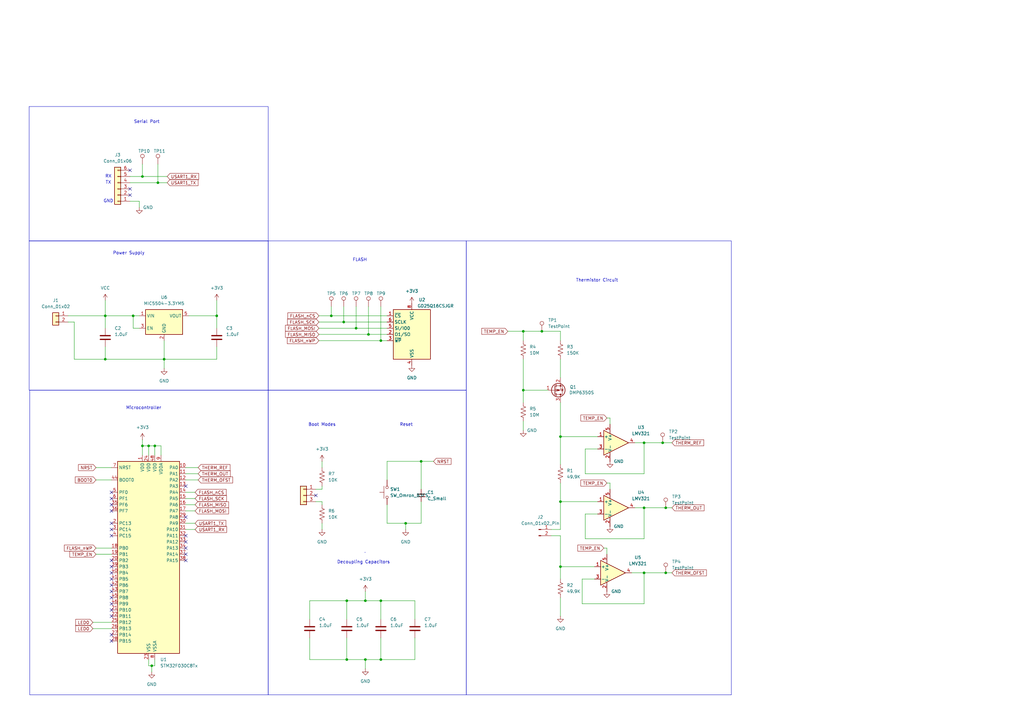
<source format=kicad_sch>
(kicad_sch (version 20231120) (generator "eeschema") (generator_version "8.0")
  (paper "A3")
  (lib_symbols
    (symbol "Amplifier_Operational:LMV321" (pin_names (offset 0.127))
      (property "Reference" "U" (at 0 5.08 0))
      (property "Value" "LMV321" (at 0 -5.08 0))
      (symbol "LMV321_0_1"
        (polyline (pts (xy -5.08 5.08) (xy 5.08 0) (xy -5.08 -5.08) (xy -5.08 5.08)) (stroke (width 0.254)) (fill (type background)))
        (pin power_in line (at -2.54 -7.62 90) (length 3.81) (name "V-") (number "2"))
        (pin power_in line (at -2.54 7.62 270) (length 3.81) (name "V+") (number "5"))
      )
      (symbol "LMV321_1_1"
        (pin input line (at -7.62 2.54 0) (length 2.54) (name "+") (number "1"))
        (pin input line (at -7.62 -2.54 0) (length 2.54) (name "-") (number "3"))
        (pin output line (at 7.62 0 180) (length 2.54) (name "~") (number "4"))
      )
    )
    (symbol "Connector:Conn_01x02_Pin" (pin_names (offset 1.016) hide)
      (property "Reference" "J" (at 0 2.54 0))
      (property "Value" "Conn_01x02_Pin" (at 0 -5.08 0))
      (symbol "Conn_01x02_Pin_1_1"
        (polyline (pts (xy 1.27 -2.54) (xy 0.8636 -2.54)) (stroke (width 0.1524)))
        (polyline (pts (xy 1.27 0) (xy 0.8636 0)) (stroke (width 0.1524)))
        (rectangle (start 0.8636 -2.413) (end 0 -2.667) (stroke (width 0.1524)) (fill (type outline)))
        (rectangle (start 0.8636 0.127) (end 0 -0.127) (stroke (width 0.1524)) (fill (type outline)))
        (pin passive line (at 5.08 0 180) (length 3.81) (name "Pin_1") (number "1"))
        (pin passive line (at 5.08 -2.54 180) (length 3.81) (name "Pin_2") (number "2"))
      )
    )
    (symbol "Connector:TestPoint" (pin_numbers hide) (pin_names (offset 0.762) hide)
      (property "Reference" "TP" (at 0 6.858 0))
      (property "Value" "TestPoint" (at 0 5.08 0))
      (symbol "TestPoint_0_1"
        (circle (center 0 3.302) (radius 0.762))
      )
      (symbol "TestPoint_1_1"
        (pin passive line (at 0 0 90) (length 2.54) (name "1") (number "1"))
      )
    )
    (symbol "Device:C_Small" (pin_numbers hide) (pin_names (offset 0.254) hide)
      (property "Reference" "C" (at 0.254 1.778 0))
      (property "Value" "C_Small" (at 0.254 -2.032 0))
      (symbol "C_Small_0_1"
        (polyline (pts (xy -1.524 -0.508) (xy 1.524 -0.508)) (stroke (width 0.3302)))
        (polyline (pts (xy -1.524 0.508) (xy 1.524 0.508)) (stroke (width 0.3048)))
      )
      (symbol "C_Small_1_1"
        (pin passive line (at 0 2.54 270) (length 2.032) (name "~") (number "1"))
        (pin passive line (at 0 -2.54 90) (length 2.032) (name "~") (number "2"))
      )
    )
    (symbol "Device:R_US" (pin_numbers hide) (pin_names (offset 0))
      (property "Reference" "R" (at 2.54 0 90))
      (property "Value" "R_US" (at -2.54 0 90))
      (symbol "R_US_0_1"
        (polyline (pts (xy 0 -2.286) (xy 0 -2.54)))
        (polyline (pts (xy 0 2.286) (xy 0 2.54)))
        (polyline (pts (xy 0 -0.762) (xy 1.016 -1.143) (xy 0 -1.524) (xy -1.016 -1.905) (xy 0 -2.286)))
        (polyline (pts (xy 0 0.762) (xy 1.016 0.381) (xy 0 0) (xy -1.016 -0.381) (xy 0 -0.762)))
        (polyline (pts (xy 0 2.286) (xy 1.016 1.905) (xy 0 1.524) (xy -1.016 1.143) (xy 0 0.762)))
      )
      (symbol "R_US_1_1"
        (pin passive line (at 0 3.81 270) (length 1.27) (name "~") (number "1"))
        (pin passive line (at 0 -3.81 90) (length 1.27) (name "~") (number "2"))
      )
    )
    (symbol "MCU_ST_STM32F0:STM32F030C8Tx"
      (property "Reference" "U" (at -12.7 41.91 0))
      (property "Value" "STM32F030C8Tx" (at 7.62 41.91 0))
      (symbol "STM32F030C8Tx_0_1"
        (rectangle (start -12.7 -38.1) (end 12.7 40.64) (stroke (width 0.254)) (fill (type background)))
      )
      (symbol "STM32F030C8Tx_1_1"
        (pin power_in line (at -2.54 43.18 270) (length 2.54) (name "VDD") (number "1"))
        (pin bidirectional line (at 15.24 38.1 180) (length 2.54) (name "PA0") (number "10"))
        (pin bidirectional line (at 15.24 35.56 180) (length 2.54) (name "PA1") (number "11"))
        (pin bidirectional line (at 15.24 33.02 180) (length 2.54) (name "PA2") (number "12"))
        (pin bidirectional line (at 15.24 30.48 180) (length 2.54) (name "PA3") (number "13"))
        (pin bidirectional line (at 15.24 27.94 180) (length 2.54) (name "PA4") (number "14"))
        (pin bidirectional line (at 15.24 25.4 180) (length 2.54) (name "PA5") (number "15"))
        (pin bidirectional line (at 15.24 22.86 180) (length 2.54) (name "PA6") (number "16"))
        (pin bidirectional line (at 15.24 20.32 180) (length 2.54) (name "PA7") (number "17"))
        (pin bidirectional line (at -15.24 5.08 0) (length 2.54) (name "PB0") (number "18"))
        (pin bidirectional line (at -15.24 2.54 0) (length 2.54) (name "PB1") (number "19"))
        (pin bidirectional line (at -15.24 15.24 0) (length 2.54) (name "PC13") (number "2"))
        (pin bidirectional line (at -15.24 0 0) (length 2.54) (name "PB2") (number "20"))
        (pin bidirectional line (at -15.24 -20.32 0) (length 2.54) (name "PB10") (number "21"))
        (pin bidirectional line (at -15.24 -22.86 0) (length 2.54) (name "PB11") (number "22"))
        (pin power_in line (at 0 -40.64 90) (length 2.54) (name "VSS") (number "23"))
        (pin power_in line (at 0 43.18 270) (length 2.54) (name "VDD") (number "24"))
        (pin bidirectional line (at -15.24 -25.4 0) (length 2.54) (name "PB12") (number "25"))
        (pin bidirectional line (at -15.24 -27.94 0) (length 2.54) (name "PB13") (number "26"))
        (pin bidirectional line (at -15.24 -30.48 0) (length 2.54) (name "PB14") (number "27"))
        (pin bidirectional line (at -15.24 -33.02 0) (length 2.54) (name "PB15") (number "28"))
        (pin bidirectional line (at 15.24 17.78 180) (length 2.54) (name "PA8") (number "29"))
        (pin bidirectional line (at -15.24 12.7 0) (length 2.54) (name "PC14") (number "3"))
        (pin bidirectional line (at 15.24 15.24 180) (length 2.54) (name "PA9") (number "30"))
        (pin bidirectional line (at 15.24 12.7 180) (length 2.54) (name "PA10") (number "31"))
        (pin bidirectional line (at 15.24 10.16 180) (length 2.54) (name "PA11") (number "32"))
        (pin bidirectional line (at 15.24 7.62 180) (length 2.54) (name "PA12") (number "33"))
        (pin bidirectional line (at 15.24 5.08 180) (length 2.54) (name "PA13") (number "34"))
        (pin bidirectional line (at -15.24 22.86 0) (length 2.54) (name "PF6") (number "35"))
        (pin bidirectional line (at -15.24 20.32 0) (length 2.54) (name "PF7") (number "36"))
        (pin bidirectional line (at 15.24 2.54 180) (length 2.54) (name "PA14") (number "37"))
        (pin bidirectional line (at 15.24 0 180) (length 2.54) (name "PA15") (number "38"))
        (pin bidirectional line (at -15.24 -2.54 0) (length 2.54) (name "PB3") (number "39"))
        (pin bidirectional line (at -15.24 10.16 0) (length 2.54) (name "PC15") (number "4"))
        (pin bidirectional line (at -15.24 -5.08 0) (length 2.54) (name "PB4") (number "40"))
        (pin bidirectional line (at -15.24 -7.62 0) (length 2.54) (name "PB5") (number "41"))
        (pin bidirectional line (at -15.24 -10.16 0) (length 2.54) (name "PB6") (number "42"))
        (pin bidirectional line (at -15.24 -12.7 0) (length 2.54) (name "PB7") (number "43"))
        (pin input line (at -15.24 33.02 0) (length 2.54) (name "BOOT0") (number "44"))
        (pin bidirectional line (at -15.24 -15.24 0) (length 2.54) (name "PB8") (number "45"))
        (pin bidirectional line (at -15.24 -17.78 0) (length 2.54) (name "PB9") (number "46"))
        (pin passive line (at 0 -40.64 90) (length 2.54) hide (name "VSS") (number "47"))
        (pin power_in line (at 2.54 43.18 270) (length 2.54) (name "VDD") (number "48"))
        (pin bidirectional line (at -15.24 27.94 0) (length 2.54) (name "PF0") (number "5"))
        (pin bidirectional line (at -15.24 25.4 0) (length 2.54) (name "PF1") (number "6"))
        (pin input line (at -15.24 38.1 0) (length 2.54) (name "NRST") (number "7"))
        (pin power_in line (at 2.54 -40.64 90) (length 2.54) (name "VSSA") (number "8"))
        (pin power_in line (at 5.08 43.18 270) (length 2.54) (name "VDDA") (number "9"))
      )
    )
    (symbol "Memory_Flash:GD25D10CT"
      (property "Reference" "U" (at -6.35 11.43 0))
      (property "Value" "GD25D10CT" (at 7.62 11.43 0))
      (symbol "GD25D10CT_0_1"
        (rectangle (start -7.62 10.16) (end 7.62 -10.16) (stroke (width 0.254)) (fill (type background)))
      )
      (symbol "GD25D10CT_1_1"
        (pin input line (at -10.16 7.62 0) (length 2.54) (name "~{CS}") (number "1"))
        (pin output line (at -10.16 0 0) (length 2.54) (name "O1/SO") (number "2"))
        (pin input line (at -10.16 -2.54 0) (length 2.54) (name "~{WP}") (number "3"))
        (pin power_in line (at 0 -12.7 90) (length 2.54) (name "VSS") (number "4"))
        (pin bidirectional line (at -10.16 2.54 0) (length 2.54) (name "SI/IO0") (number "5"))
        (pin input line (at -10.16 5.08 0) (length 2.54) (name "SCLK") (number "6"))
        (pin no_connect line (at -7.62 -5.08 0) (length 2.54) hide (name "NC") (number "7"))
        (pin power_in line (at 0 12.7 270) (length 2.54) (name "VCC") (number "8"))
      )
    )
    (symbol "Regulator_Linear:MIC5504-3.3YM5"
      (property "Reference" "U" (at -7.62 8.89 0))
      (property "Value" "MIC5504-3.3YM5" (at -7.62 6.35 0))
      (symbol "MIC5504-3.3YM5_0_1"
        (rectangle (start -7.62 -5.08) (end 7.62 5.08) (stroke (width 0.254)) (fill (type background)))
      )
      (symbol "MIC5504-3.3YM5_1_1"
        (pin power_in line (at -10.16 2.54 0) (length 2.54) (name "VIN") (number "1"))
        (pin power_in line (at 0 -7.62 90) (length 2.54) (name "GND") (number "2"))
        (pin input line (at -10.16 -2.54 0) (length 2.54) (name "EN") (number "3"))
        (pin no_connect line (at 7.62 -2.54 180) (length 2.54) hide (name "NC") (number "4"))
        (pin power_out line (at 10.16 2.54 180) (length 2.54) (name "VOUT") (number "5"))
      )
    )
    (symbol "SparkFun-Capacitor:1.0uF_0805_25V_10%" (pin_numbers hide) (pin_names (offset 0.254))
      (property "Reference" "C" (at 0.635 2.54 0))
      (property "Value" "1.0uF" (at 0.635 -2.54 0))
      (property "Voltage" "25V" (at 0 -6.35 0))
      (property "Tolerance" "10%" (at 0 -8.89 0))
      (symbol "1.0uF_0805_25V_10%_0_1"
        (polyline (pts (xy -2.032 -0.762) (xy 2.032 -0.762)) (stroke (width 0.508)))
        (polyline (pts (xy -2.032 0.762) (xy 2.032 0.762)) (stroke (width 0.508)))
      )
      (symbol "1.0uF_0805_25V_10%_1_1"
        (pin passive line (at 0 3.81 270) (length 2.794) (name "~") (number "1"))
        (pin passive line (at 0 -3.81 90) (length 2.794) (name "~") (number "2"))
      )
    )
    (symbol "SparkFun-Connector:Conn_01x02" (pin_names (offset 1.016) hide)
      (property "Reference" "J" (at 0 2.54 0))
      (property "Value" "Conn_01x02" (at 0 -5.08 0))
      (symbol "Conn_01x02_1_1"
        (rectangle (start -1.27 -2.413) (end 0 -2.667) (stroke (width 0.1524)))
        (rectangle (start -1.27 0.127) (end 0 -0.127) (stroke (width 0.1524)))
        (rectangle (start -1.27 1.27) (end 1.27 -3.81) (stroke (width 0.254)) (fill (type background)))
        (pin passive line (at -5.08 0 0) (length 3.81) (name "Pin_1") (number "1"))
        (pin passive line (at -5.08 -2.54 0) (length 3.81) (name "Pin_2") (number "2"))
      )
    )
    (symbol "SparkFun-Connector:Conn_01x03" (pin_names (offset 1.016) hide)
      (symbol "Conn_01x03_1_1"
        (rectangle (start -1.27 -2.413) (end 0 -2.667) (stroke (width 0.1524)))
        (rectangle (start -1.27 0.127) (end 0 -0.127) (stroke (width 0.1524)))
        (rectangle (start -1.27 2.667) (end 0 2.413) (stroke (width 0.1524)))
        (rectangle (start -1.27 3.81) (end 1.27 -3.81) (stroke (width 0.254)) (fill (type background)))
        (pin passive line (at -5.08 2.54 0) (length 3.81) (name "Pin_1") (number "1"))
        (pin passive line (at -5.08 0 0) (length 3.81) (name "Pin_2") (number "2"))
        (pin passive line (at -5.08 -2.54 0) (length 3.81) (name "Pin_3") (number "3"))
      )
    )
    (symbol "SparkFun-Connector:Conn_01x06" (pin_names (offset 1.016) hide)
      (property "Reference" "J" (at 0 7.62 0))
      (property "Value" "Conn_01x06" (at 0 -10.16 0))
      (symbol "Conn_01x06_1_1"
        (rectangle (start -1.27 -7.493) (end 0 -7.747) (stroke (width 0.1524)))
        (rectangle (start -1.27 -4.953) (end 0 -5.207) (stroke (width 0.1524)))
        (rectangle (start -1.27 -2.413) (end 0 -2.667) (stroke (width 0.1524)))
        (rectangle (start -1.27 0.127) (end 0 -0.127) (stroke (width 0.1524)))
        (rectangle (start -1.27 2.667) (end 0 2.413) (stroke (width 0.1524)))
        (rectangle (start -1.27 5.207) (end 0 4.953) (stroke (width 0.1524)))
        (rectangle (start -1.27 6.35) (end 1.27 -8.89) (stroke (width 0.254)) (fill (type background)))
        (pin passive line (at -5.08 5.08 0) (length 3.81) (name "Pin_1") (number "1"))
        (pin passive line (at -5.08 2.54 0) (length 3.81) (name "Pin_2") (number "2"))
        (pin passive line (at -5.08 0 0) (length 3.81) (name "Pin_3") (number "3"))
        (pin passive line (at -5.08 -2.54 0) (length 3.81) (name "Pin_4") (number "4"))
        (pin passive line (at -5.08 -5.08 0) (length 3.81) (name "Pin_5") (number "5"))
        (pin passive line (at -5.08 -7.62 0) (length 3.81) (name "Pin_6") (number "6"))
      )
    )
    (symbol "SparkFun-DiscreteSemi:Q_PMOS_4.2A_20V" (pin_names (offset 0) hide)
      (property "Reference" "Q" (at 5.08 1.27 0))
      (property "Value" "DMG2305UX" (at 5.08 -1.27 0))
      (property "IMax" "4.2A" (at 7.62 -3.81 0))
      (property "VMax" "20V" (at 7.62 -6.35 0))
      (symbol "Q_PMOS_4.2A_20V_0_1"
        (polyline (pts (xy 0.254 0) (xy -2.54 0)))
        (polyline (pts (xy 0.254 1.905) (xy 0.254 -1.905)) (stroke (width 0.254)))
        (polyline (pts (xy 0.762 -1.27) (xy 0.762 -2.286)) (stroke (width 0.254)))
        (polyline (pts (xy 0.762 0.508) (xy 0.762 -0.508)) (stroke (width 0.254)))
        (polyline (pts (xy 0.762 2.286) (xy 0.762 1.27)) (stroke (width 0.254)))
        (polyline (pts (xy 2.54 2.54) (xy 2.54 1.778)))
        (polyline (pts (xy 2.54 -2.54) (xy 2.54 0) (xy 0.762 0)))
        (polyline (pts (xy 0.762 1.778) (xy 3.302 1.778) (xy 3.302 -1.778) (xy 0.762 -1.778)))
        (polyline (pts (xy 2.286 0) (xy 1.27 0.381) (xy 1.27 -0.381) (xy 2.286 0)) (fill (type outline)))
        (polyline (pts (xy 2.794 -0.508) (xy 2.921 -0.381) (xy 3.683 -0.381) (xy 3.81 -0.254)))
        (polyline (pts (xy 3.302 -0.381) (xy 2.921 0.254) (xy 3.683 0.254) (xy 3.302 -0.381)))
        (circle (center 1.651 0) (radius 2.794) (stroke (width 0.254)))
        (circle (center 2.54 -1.778) (radius 0.254) (fill (type outline)))
        (circle (center 2.54 1.778) (radius 0.254) (fill (type outline)))
      )
      (symbol "Q_PMOS_4.2A_20V_1_1"
        (pin input line (at -2.54 0 0) (length 0) (name "G") (number "1"))
        (pin passive line (at 2.54 -5.08 90) (length 2.54) (name "S") (number "2"))
        (pin passive line (at 2.54 5.08 270) (length 2.54) (name "D") (number "3"))
      )
    )
    (symbol "Switch:SW_Omron_B3FS" (pin_numbers hide) (pin_names (offset 1.016) hide)
      (property "Reference" "SW" (at 1.27 2.54 0))
      (property "Value" "SW_Omron_B3FS" (at 0 -1.524 0))
      (symbol "SW_Omron_B3FS_0_1"
        (circle (center -2.032 0) (radius 0.508))
        (polyline (pts (xy 0 1.27) (xy 0 3.048)))
        (polyline (pts (xy 2.54 1.27) (xy -2.54 1.27)))
        (circle (center 2.032 0) (radius 0.508))
        (pin passive line (at -5.08 0 0) (length 2.54) (name "1") (number "1"))
        (pin passive line (at 5.08 0 180) (length 2.54) (name "2") (number "2"))
      )
    )
    (symbol "power:+3V3" (power) (pin_numbers hide) (pin_names (offset 0) hide)
      (property "Value" "+3V3" (at 0 3.556 0))
      (symbol "+3V3_0_1"
        (polyline (pts (xy -0.762 1.27) (xy 0 2.54)))
        (polyline (pts (xy 0 0) (xy 0 2.54)))
        (polyline (pts (xy 0 2.54) (xy 0.762 1.27)))
      )
      (symbol "+3V3_1_1"
        (pin power_in line (at 0 0 90) (length 0) (name "~") (number "1"))
      )
    )
    (symbol "power:GND" (power) (pin_numbers hide) (pin_names (offset 0) hide)
      (property "Value" "GND" (at 0 -3.81 0))
      (symbol "GND_0_1"
        (polyline (pts (xy 0 0) (xy 0 -1.27) (xy 1.27 -1.27) (xy 0 -2.54) (xy -1.27 -1.27) (xy 0 -1.27)))
      )
      (symbol "GND_1_1"
        (pin power_in line (at 0 0 270) (length 0) (name "~") (number "1"))
      )
    )
    (symbol "power:VCC" (power) (pin_numbers hide) (pin_names (offset 0) hide)
      (property "Value" "VCC" (at 0 3.556 0))
      (symbol "VCC_0_1"
        (polyline (pts (xy -0.762 1.27) (xy 0 2.54)))
        (polyline (pts (xy 0 0) (xy 0 2.54)))
        (polyline (pts (xy 0 2.54) (xy 0.762 1.27)))
      )
      (symbol "VCC_1_1"
        (pin power_in line (at 0 0 90) (length 0) (name "~") (number "1"))
      )
    )
  )
  (junction (at 264.16 181.61))
  (junction (at 60.96 182.88))
  (junction (at 149.86 246.38))
  (junction (at 146.05 134.62))
  (junction (at 273.05 208.28))
  (junction (at 172.72 189.23))
  (junction (at 64.77 74.93))
  (junction (at 135.89 129.54))
  (junction (at 142.24 270.51))
  (junction (at 58.42 72.39))
  (junction (at 229.87 179.07))
  (junction (at 43.18 129.54))
  (junction (at 229.87 205.74))
  (junction (at 156.21 270.51))
  (junction (at 63.5 182.88))
  (junction (at 140.97 132.08))
  (junction (at 58.42 182.88))
  (junction (at 43.18 147.32))
  (junction (at 67.31 147.32))
  (junction (at 151.13 137.16))
  (junction (at 142.24 246.38))
  (junction (at 156.21 246.38))
  (junction (at 156.21 139.7))
  (junction (at 273.05 234.95))
  (junction (at 264.16 234.95))
  (junction (at 62.23 273.05))
  (junction (at 222.25 135.89))
  (junction (at 229.87 232.41))
  (junction (at 214.63 135.89))
  (junction (at 88.9 129.54))
  (junction (at 54.61 129.54))
  (junction (at 271.78 181.61))
  (junction (at 214.63 160.02))
  (junction (at 149.86 270.51))
  (junction (at 264.16 208.28))
  (junction (at 166.37 214.63))
  (no_connect (at 76.2 199.39))
  (no_connect (at 45.72 209.55))
  (no_connect (at 45.72 219.71))
  (no_connect (at 76.2 222.25))
  (no_connect (at 45.72 260.35))
  (no_connect (at 45.72 247.65))
  (no_connect (at 45.72 232.41))
  (no_connect (at 45.72 214.63))
  (no_connect (at 53.34 69.85))
  (no_connect (at 45.72 207.01))
  (no_connect (at 76.2 212.09))
  (no_connect (at 53.34 80.01))
  (no_connect (at 45.72 240.03))
  (no_connect (at 45.72 252.73))
  (no_connect (at 45.72 242.57))
  (no_connect (at 45.72 245.11))
  (no_connect (at 129.54 203.2))
  (no_connect (at 45.72 204.47))
  (no_connect (at 76.2 219.71))
  (no_connect (at 45.72 201.93))
  (no_connect (at 45.72 229.87))
  (no_connect (at 76.2 227.33))
  (no_connect (at 76.2 229.87))
  (no_connect (at 53.34 77.47))
  (no_connect (at 45.72 234.95))
  (no_connect (at 45.72 237.49))
  (no_connect (at 76.2 224.79))
  (no_connect (at 45.72 262.89))
  (no_connect (at 45.72 217.17))
  (no_connect (at 45.72 250.19))
  (wire (pts (xy 39.37 196.85) (xy 45.72 196.85)))
  (wire (pts (xy 76.2 201.93) (xy 80.01 201.93)))
  (wire (pts (xy 214.63 135.89) (xy 214.63 139.7)))
  (wire (pts (xy 248.92 198.12) (xy 250.19 198.12)))
  (wire (pts (xy 57.15 129.54) (xy 54.61 129.54)))
  (wire (pts (xy 229.87 190.5) (xy 229.87 179.07)))
  (wire (pts (xy 140.97 125.73) (xy 140.97 132.08)))
  (wire (pts (xy 54.61 134.62) (xy 54.61 129.54)))
  (wire (pts (xy 58.42 72.39) (xy 68.58 72.39)))
  (wire (pts (xy 245.11 205.74) (xy 229.87 205.74)))
  (wire (pts (xy 127 270.51) (xy 142.24 270.51)))
  (wire (pts (xy 229.87 165.1) (xy 229.87 179.07)))
  (wire (pts (xy 130.81 139.7) (xy 156.21 139.7)))
  (wire (pts (xy 264.16 247.65) (xy 264.16 234.95)))
  (wire (pts (xy 132.08 189.23) (xy 132.08 191.77)))
  (wire (pts (xy 264.16 194.31) (xy 264.16 181.61)))
  (wire (pts (xy 39.37 191.77) (xy 45.72 191.77)))
  (wire (pts (xy 238.76 247.65) (xy 264.16 247.65)))
  (wire (pts (xy 146.05 134.62) (xy 158.75 134.62)))
  (wire (pts (xy 30.48 147.32) (xy 43.18 147.32)))
  (wire (pts (xy 53.34 74.93) (xy 64.77 74.93)))
  (wire (pts (xy 88.9 142.24) (xy 88.9 147.32)))
  (wire (pts (xy 127 246.38) (xy 142.24 246.38)))
  (wire (pts (xy 264.16 181.61) (xy 271.78 181.61)))
  (wire (pts (xy 240.03 184.15) (xy 240.03 194.31)))
  (wire (pts (xy 240.03 220.98) (xy 264.16 220.98)))
  (wire (pts (xy 248.92 227.33) (xy 248.92 224.79)))
  (wire (pts (xy 229.87 135.89) (xy 222.25 135.89)))
  (wire (pts (xy 260.35 208.28) (xy 264.16 208.28)))
  (wire (pts (xy 57.15 134.62) (xy 54.61 134.62)))
  (wire (pts (xy 58.42 180.34) (xy 58.42 182.88)))
  (wire (pts (xy 76.2 207.01) (xy 80.01 207.01)))
  (wire (pts (xy 132.08 207.01) (xy 132.08 205.74)))
  (wire (pts (xy 43.18 123.19) (xy 43.18 129.54)))
  (wire (pts (xy 53.34 72.39) (xy 58.42 72.39)))
  (wire (pts (xy 43.18 142.24) (xy 43.18 147.32)))
  (wire (pts (xy 245.11 210.82) (xy 240.03 210.82)))
  (wire (pts (xy 208.28 135.89) (xy 214.63 135.89)))
  (wire (pts (xy 229.87 205.74) (xy 229.87 217.17)))
  (wire (pts (xy 229.87 139.7) (xy 229.87 135.89)))
  (wire (pts (xy 76.2 217.17) (xy 80.01 217.17)))
  (wire (pts (xy 127 254) (xy 127 246.38)))
  (wire (pts (xy 156.21 270.51) (xy 170.18 270.51)))
  (wire (pts (xy 222.25 135.89) (xy 214.63 135.89)))
  (wire (pts (xy 130.81 132.08) (xy 140.97 132.08)))
  (wire (pts (xy 229.87 198.12) (xy 229.87 205.74)))
  (wire (pts (xy 66.04 186.69) (xy 66.04 182.88)))
  (wire (pts (xy 229.87 245.11) (xy 229.87 252.73)))
  (wire (pts (xy 140.97 132.08) (xy 158.75 132.08)))
  (wire (pts (xy 57.15 85.09) (xy 57.15 82.55)))
  (wire (pts (xy 63.5 186.69) (xy 63.5 182.88)))
  (wire (pts (xy 27.94 129.54) (xy 43.18 129.54)))
  (wire (pts (xy 76.2 196.85) (xy 81.28 196.85)))
  (wire (pts (xy 229.87 147.32) (xy 229.87 154.94)))
  (wire (pts (xy 264.16 220.98) (xy 264.16 208.28)))
  (wire (pts (xy 158.75 196.85) (xy 158.75 189.23)))
  (wire (pts (xy 132.08 214.63) (xy 132.08 217.17)))
  (wire (pts (xy 156.21 254) (xy 156.21 246.38)))
  (wire (pts (xy 146.05 125.73) (xy 146.05 134.62)))
  (wire (pts (xy 229.87 179.07) (xy 245.11 179.07)))
  (wire (pts (xy 64.77 67.31) (xy 64.77 74.93)))
  (wire (pts (xy 158.75 189.23) (xy 172.72 189.23)))
  (wire (pts (xy 58.42 182.88) (xy 58.42 186.69)))
  (wire (pts (xy 158.75 214.63) (xy 166.37 214.63)))
  (wire (pts (xy 53.34 82.55) (xy 57.15 82.55)))
  (wire (pts (xy 273.05 234.95) (xy 275.59 234.95)))
  (wire (pts (xy 271.78 181.61) (xy 275.59 181.61)))
  (wire (pts (xy 130.81 129.54) (xy 135.89 129.54)))
  (wire (pts (xy 127 261.62) (xy 127 270.51)))
  (wire (pts (xy 67.31 139.7) (xy 67.31 147.32)))
  (wire (pts (xy 156.21 125.73) (xy 156.21 139.7)))
  (wire (pts (xy 229.87 237.49) (xy 229.87 232.41)))
  (wire (pts (xy 248.92 171.45) (xy 250.19 171.45)))
  (wire (pts (xy 264.16 208.28) (xy 273.05 208.28)))
  (wire (pts (xy 88.9 123.19) (xy 88.9 129.54)))
  (wire (pts (xy 88.9 129.54) (xy 88.9 134.62)))
  (wire (pts (xy 264.16 234.95) (xy 273.05 234.95)))
  (wire (pts (xy 66.04 182.88) (xy 63.5 182.88)))
  (wire (pts (xy 142.24 246.38) (xy 142.24 254)))
  (wire (pts (xy 54.61 129.54) (xy 43.18 129.54)))
  (wire (pts (xy 250.19 200.66) (xy 250.19 198.12)))
  (wire (pts (xy 229.87 232.41) (xy 243.84 232.41)))
  (wire (pts (xy 43.18 129.54) (xy 43.18 134.62)))
  (wire (pts (xy 240.03 194.31) (xy 264.16 194.31)))
  (polyline (pts (xy 149.606 226.568) (xy 149.86 226.568)))
  (wire (pts (xy 229.87 219.71) (xy 229.87 232.41)))
  (wire (pts (xy 76.2 209.55) (xy 80.01 209.55)))
  (wire (pts (xy 149.86 246.38) (xy 142.24 246.38)))
  (wire (pts (xy 58.42 182.88) (xy 60.96 182.88)))
  (wire (pts (xy 76.2 191.77) (xy 81.28 191.77)))
  (wire (pts (xy 151.13 137.16) (xy 158.75 137.16)))
  (wire (pts (xy 250.19 173.99) (xy 250.19 171.45)))
  (wire (pts (xy 135.89 129.54) (xy 158.75 129.54)))
  (wire (pts (xy 172.72 189.23) (xy 172.72 200.66)))
  (wire (pts (xy 63.5 182.88) (xy 60.96 182.88)))
  (wire (pts (xy 156.21 246.38) (xy 149.86 246.38)))
  (wire (pts (xy 77.47 129.54) (xy 88.9 129.54)))
  (wire (pts (xy 264.16 234.95) (xy 259.08 234.95)))
  (wire (pts (xy 214.63 160.02) (xy 224.79 160.02)))
  (wire (pts (xy 151.13 125.73) (xy 151.13 137.16)))
  (wire (pts (xy 27.94 132.08) (xy 30.48 132.08)))
  (wire (pts (xy 156.21 139.7) (xy 158.75 139.7)))
  (wire (pts (xy 39.37 224.79) (xy 45.72 224.79)))
  (wire (pts (xy 156.21 261.62) (xy 156.21 270.51)))
  (wire (pts (xy 172.72 189.23) (xy 177.8 189.23)))
  (wire (pts (xy 142.24 270.51) (xy 149.86 270.51)))
  (wire (pts (xy 226.06 217.17) (xy 229.87 217.17)))
  (wire (pts (xy 247.65 224.79) (xy 248.92 224.79)))
  (wire (pts (xy 60.96 270.51) (xy 60.96 273.05)))
  (wire (pts (xy 39.37 227.33) (xy 45.72 227.33)))
  (wire (pts (xy 58.42 67.31) (xy 58.42 72.39)))
  (wire (pts (xy 172.72 205.74) (xy 172.72 214.63)))
  (wire (pts (xy 245.11 184.15) (xy 240.03 184.15)))
  (wire (pts (xy 130.81 134.62) (xy 146.05 134.62)))
  (wire (pts (xy 60.96 273.05) (xy 62.23 273.05)))
  (wire (pts (xy 135.89 125.73) (xy 135.89 129.54)))
  (wire (pts (xy 67.31 147.32) (xy 67.31 151.13)))
  (wire (pts (xy 149.86 270.51) (xy 149.86 274.32)))
  (wire (pts (xy 142.24 261.62) (xy 142.24 270.51)))
  (wire (pts (xy 38.1 255.27) (xy 45.72 255.27)))
  (wire (pts (xy 64.77 74.93) (xy 68.58 74.93)))
  (wire (pts (xy 170.18 261.62) (xy 170.18 270.51)))
  (wire (pts (xy 243.84 237.49) (xy 238.76 237.49)))
  (wire (pts (xy 240.03 210.82) (xy 240.03 220.98)))
  (wire (pts (xy 67.31 147.32) (xy 88.9 147.32)))
  (wire (pts (xy 260.35 181.61) (xy 264.16 181.61)))
  (wire (pts (xy 273.05 208.28) (xy 275.59 208.28)))
  (wire (pts (xy 132.08 205.74) (xy 129.54 205.74)))
  (wire (pts (xy 76.2 194.31) (xy 81.28 194.31)))
  (wire (pts (xy 214.63 160.02) (xy 214.63 165.1)))
  (wire (pts (xy 149.86 242.57) (xy 149.86 246.38)))
  (wire (pts (xy 63.5 270.51) (xy 63.5 273.05)))
  (wire (pts (xy 226.06 219.71) (xy 229.87 219.71)))
  (wire (pts (xy 166.37 214.63) (xy 172.72 214.63)))
  (wire (pts (xy 30.48 132.08) (xy 30.48 147.32)))
  (wire (pts (xy 43.18 147.32) (xy 67.31 147.32)))
  (wire (pts (xy 129.54 200.66) (xy 132.08 200.66)))
  (wire (pts (xy 130.81 137.16) (xy 151.13 137.16)))
  (wire (pts (xy 214.63 172.72) (xy 214.63 176.53)))
  (wire (pts (xy 62.23 273.05) (xy 62.23 275.59)))
  (wire (pts (xy 60.96 186.69) (xy 60.96 182.88)))
  (wire (pts (xy 149.86 270.51) (xy 156.21 270.51)))
  (wire (pts (xy 156.21 246.38) (xy 170.18 246.38)))
  (wire (pts (xy 238.76 237.49) (xy 238.76 247.65)))
  (wire (pts (xy 76.2 214.63) (xy 80.01 214.63)))
  (wire (pts (xy 158.75 207.01) (xy 158.75 214.63)))
  (wire (pts (xy 214.63 147.32) (xy 214.63 160.02)))
  (wire (pts (xy 62.23 273.05) (xy 63.5 273.05)))
  (wire (pts (xy 170.18 254) (xy 170.18 246.38)))
  (wire (pts (xy 38.1 257.81) (xy 45.72 257.81)))
  (wire (pts (xy 76.2 204.47) (xy 80.01 204.47)))
  (wire (pts (xy 166.37 214.63) (xy 166.37 217.17)))
  (wire (pts (xy 132.08 199.39) (xy 132.08 200.66)))
  (rectangle (start 12.192 160.02) (end 109.982 284.988))
  (rectangle (start 109.982 98.806) (end 191.262 160.02))
  (rectangle (start 11.938 98.806) (end 109.982 160.02))
  (rectangle (start 11.938 43.688) (end 109.982 98.806))
  (rectangle (start 191.262 98.806) (end 299.974 284.988))
  (rectangle (start 109.982 160.02) (end 191.262 284.988))
  (text "Power Supply" (at 52.832 103.886 0) (effects (font (size 1.27 1.27))))
  (text "GND" (at 44.45 82.55 0) (effects (font (size 1.27 1.27))))
  (text "Microcontroller" (at 58.928 167.386 0) (effects (font (size 1.27 1.27))))
  (text "Decoupling Capacitors" (at 149.098 230.632 0) (effects (font (size 1.27 1.27))))
  (text "Thermistor Circuit" (at 244.856 115.062 0) (effects (font (size 1.27 1.27))))
  (text "Reset" (at 166.624 174.244 0) (effects (font (size 1.27 1.27))))
  (text "TX" (at 44.45 74.93 0) (effects (font (size 1.27 1.27))))
  (text "RX" (at 44.45 72.39 0) (effects (font (size 1.27 1.27))))
  (text "Boot Modes" (at 132.08 174.244 0) (effects (font (size 1.27 1.27))))
  (text "Serial Port" (at 60.198 50.038 0) (effects (font (size 1.27 1.27))))
  (text "FLASH" (at 147.574 106.68 0) (effects (font (size 1.27 1.27))))
  (global_label "USART1_RX" (shape input) (at 68.58 72.39 0) (property "Intersheetrefs" "${INTERSHEET_REFS}" (effects (hide yes))))
  (global_label "FLASH_MOSI" (shape input) (at 130.81 134.62 180) (property "Intersheetrefs" "${INTERSHEET_REFS}" (effects (hide yes))))
  (global_label "TEMP_EN" (shape input) (at 248.92 198.12 180) (property "Intersheetrefs" "${INTERSHEET_REFS}" (effects (hide yes))))
  (global_label "USART1_TX" (shape input) (at 68.58 74.93 0) (property "Intersheetrefs" "${INTERSHEET_REFS}" (effects (hide yes))))
  (global_label "LED0" (shape input) (at 38.1 255.27 180) (property "Intersheetrefs" "${INTERSHEET_REFS}" (effects (hide yes))))
  (global_label "NRST" (shape input) (at 39.37 191.77 180) (property "Intersheetrefs" "${INTERSHEET_REFS}" (effects (hide yes))))
  (global_label "THERM_OUT" (shape input) (at 81.28 194.31 0) (property "Intersheetrefs" "${INTERSHEET_REFS}" (effects (hide yes))))
  (global_label "NRST" (shape input) (at 177.8 189.23 0) (property "Intersheetrefs" "${INTERSHEET_REFS}" (effects (hide yes))))
  (global_label "THERM_OFST" (shape input) (at 81.28 196.85 0) (property "Intersheetrefs" "${INTERSHEET_REFS}" (effects (hide yes))))
  (global_label "USART1_RX" (shape input) (at 80.01 217.17 0) (property "Intersheetrefs" "${INTERSHEET_REFS}" (effects (hide yes))))
  (global_label "FLASH_SCK" (shape input) (at 80.01 204.47 0) (property "Intersheetrefs" "${INTERSHEET_REFS}" (effects (hide yes))))
  (global_label "FLASH_MISO" (shape input) (at 130.81 137.16 180) (property "Intersheetrefs" "${INTERSHEET_REFS}" (effects (hide yes))))
  (global_label "TEMP_EN" (shape input) (at 39.37 227.33 180) (property "Intersheetrefs" "${INTERSHEET_REFS}" (effects (hide yes))))
  (global_label "TEMP_EN" (shape input) (at 247.65 224.79 180) (property "Intersheetrefs" "${INTERSHEET_REFS}" (effects (hide yes))))
  (global_label "FLASH_nWP" (shape input) (at 39.37 224.79 180) (property "Intersheetrefs" "${INTERSHEET_REFS}" (effects (hide yes))))
  (global_label "FLASH_nCS" (shape input) (at 80.01 201.93 0) (property "Intersheetrefs" "${INTERSHEET_REFS}" (effects (hide yes))))
  (global_label "FLASH_nCS" (shape input) (at 130.81 129.54 180) (property "Intersheetrefs" "${INTERSHEET_REFS}" (effects (hide yes))))
  (global_label "TEMP_EN" (shape input) (at 248.92 171.45 180) (property "Intersheetrefs" "${INTERSHEET_REFS}" (effects (hide yes))))
  (global_label "BOOT0" (shape input) (at 39.37 196.85 180) (property "Intersheetrefs" "${INTERSHEET_REFS}" (effects (hide yes))))
  (global_label "THERM_OFST" (shape input) (at 275.59 234.95 0) (property "Intersheetrefs" "${INTERSHEET_REFS}" (effects (hide yes))))
  (global_label "THERM_OUT" (shape input) (at 275.59 208.28 0) (property "Intersheetrefs" "${INTERSHEET_REFS}" (effects (hide yes))))
  (global_label "TEMP_EN" (shape input) (at 208.28 135.89 180) (property "Intersheetrefs" "${INTERSHEET_REFS}" (effects (hide yes))))
  (global_label "FLASH_nWP" (shape input) (at 130.81 139.7 180) (property "Intersheetrefs" "${INTERSHEET_REFS}" (effects (hide yes))))
  (global_label "USART1_TX" (shape input) (at 80.01 214.63 0) (property "Intersheetrefs" "${INTERSHEET_REFS}" (effects (hide yes))))
  (global_label "THERM_REF" (shape input) (at 81.28 191.77 0) (property "Intersheetrefs" "${INTERSHEET_REFS}" (effects (hide yes))))
  (global_label "THERM_REF" (shape input) (at 275.59 181.61 0) (property "Intersheetrefs" "${INTERSHEET_REFS}" (effects (hide yes))))
  (global_label "FLASH_MISO" (shape input) (at 80.01 207.01 0) (property "Intersheetrefs" "${INTERSHEET_REFS}" (effects (hide yes))))
  (global_label "LED0" (shape input) (at 38.1 257.81 180) (property "Intersheetrefs" "${INTERSHEET_REFS}" (effects (hide yes))))
  (global_label "FLASH_MOSI" (shape input) (at 80.01 209.55 0) (property "Intersheetrefs" "${INTERSHEET_REFS}" (effects (hide yes))))
  (global_label "FLASH_SCK" (shape input) (at 130.81 132.08 180) (property "Intersheetrefs" "${INTERSHEET_REFS}" (effects (hide yes))))
  (symbol (lib_id "SparkFun-Connector:Conn_01x06") (at 48.26 77.47 180) (unit 1)
    (property "Reference" "J3" (at 48.26 63.5 0))
    (property "Value" "Conn_01x06" (at 48.26 66.04 0))
    (property "Footprint" "SparkFun-Connector:1x06" (effects (hide yes)))
    (property "Description" "Generic connector, single row, 01x06, script generated (kicad-library-utils/schlib/autogen/connector/)" (effects (hide yes)))
  )
  (symbol (lib_id "SparkFun-Connector:Conn_01x02") (at 22.86 129.54 0) (mirror y) (unit 1)
    (property "Reference" "J1" (at 22.86 123.19 0))
    (property "Value" "Conn_01x02" (at 22.86 125.73 0))
    (property "Footprint" "SparkFun-Connector:1x02" (effects (hide yes)))
    (property "Description" "Generic connector, single row, 01x02, script generated (kicad-library-utils/schlib/autogen/connector/)" (effects (hide yes)))
  )
  (symbol (lib_id "Regulator_Linear:MIC5504-3.3YM5") (at 67.31 132.08 0) (unit 1)
    (property "Reference" "U6" (at 67.31 121.92 0))
    (property "Value" "MIC5504-3.3YM5" (at 67.31 124.46 0))
    (property "Footprint" "Package_TO_SOT_SMD:SOT-23-5" (effects (hide yes)))
    (property "Datasheet" "http://ww1.microchip.com/downloads/en/DeviceDoc/MIC550X.pdf" (effects (hide yes)))
    (property "Description" "300mA Low-dropout Voltage Regulator, Vout 3.3V, Vin up to 5.5V, SOT-23" (effects (hide yes)))
  )
  (symbol (lib_id "SparkFun-DiscreteSemi:Q_PMOS_4.2A_20V") (at 227.33 160.02 0) (mirror x) (unit 1)
    (property "Reference" "Q1" (at 233.68 158.7499 0) (effects (justify left)))
    (property "Value" "DMP6350S" (at 233.426 161.036 0) (effects (justify left)))
    (property "Footprint" "SparkFun-Semiconductor-Standard:SOT23-3" (effects (hide yes)))
    (property "Datasheet" "https://www.diodes.com/assets/Datasheets/DMG2305UX.pdf" (effects (hide yes)))
    (property "Description" "P-MOSFET transistor, drain/gate/source" (effects (hide yes)))
    (property "PROD_ID" "TRANS-14388" (effects (hide yes)))
    (property "IMax" "4.2A" (effects (hide yes)))
    (property "VMax" "20V" (effects (hide yes)))
  )
  (symbol (lib_id "Device:R_US") (at 132.08 210.82 180) (unit 1)
    (property "Reference" "R6" (at 134.62 209.5499 0) (effects (justify right)))
    (property "Value" "10K" (at 134.62 212.0899 0) (effects (justify right)))
    (property "Footprint" "Resistor_SMD:R_0805_2012Metric" (effects (hide yes)))
    (property "Description" "Resistor, US symbol" (effects (hide yes)))
  )
  (symbol (lib_id "Device:R_US") (at 229.87 241.3 0) (unit 1)
    (property "Reference" "R2" (at 232.41 240.0299 0) (effects (justify left)))
    (property "Value" "49.9K" (at 232.41 242.5699 0) (effects (justify left)))
    (property "Footprint" "Resistor_SMD:R_0805_2012Metric" (effects (hide yes)))
    (property "Description" "Resistor, US symbol" (effects (hide yes)))
  )
  (symbol (lib_id "Connector:TestPoint") (at 156.21 125.73 0) (unit 1)
    (property "Reference" "TP9" (at 154.432 120.396 0) (effects (justify left)))
    (property "Value" "TestPoint" (effects (hide yes)))
    (property "Footprint" "TestPoint:TestPoint_Pad_D1.0mm" (effects (hide yes)))
    (property "Description" "test point" (effects (hide yes)))
  )
  (symbol (lib_id "SparkFun-Capacitor:1.0uF_0805_25V_10%") (at 156.21 257.81 0) (unit 1)
    (property "Reference" "C6" (at 160.02 253.9999 0) (effects (justify left)))
    (property "Value" "1.0uF" (at 160.02 256.5399 0) (effects (justify left)))
    (property "Footprint" "SparkFun-Capacitor:C_0805_2012Metric" (effects (hide yes)))
    (property "Datasheet" "https://cdn.sparkfun.com/assets/8/a/4/a/5/Kemet_Capacitor_Datasheet.pdf" (effects (hide yes)))
    (property "Description" "Unpolarized capacitor" (effects (hide yes)))
    (property "PROD_ID" "CAP-08064" (effects (hide yes)))
    (property "Voltage" "25V" (effects (hide yes)))
    (property "Tolerance" "10%" (effects (hide yes)))
  )
  (symbol (lib_id "Connector:TestPoint") (at 222.25 135.89 0) (unit 1)
    (property "Reference" "TP1" (at 224.79 131.3179 0) (effects (justify left)))
    (property "Value" "TestPoint" (at 224.79 133.8579 0) (effects (justify left)))
    (property "Footprint" "TestPoint:TestPoint_Pad_D1.0mm" (effects (hide yes)))
    (property "Description" "test point" (effects (hide yes)))
  )
  (symbol (lib_id "Connector:TestPoint") (at 273.05 234.95 0) (unit 1)
    (property "Reference" "TP4" (at 275.59 230.3779 0) (effects (justify left)))
    (property "Value" "TestPoint" (at 275.59 232.9179 0) (effects (justify left)))
    (property "Footprint" "TestPoint:TestPoint_Pad_D1.0mm" (effects (hide yes)))
    (property "Description" "test point" (effects (hide yes)))
  )
  (symbol (lib_id "Device:R_US") (at 229.87 194.31 0) (unit 1)
    (property "Reference" "R1" (at 232.41 193.0399 0) (effects (justify left)))
    (property "Value" "49.9K" (at 232.41 195.5799 0) (effects (justify left)))
    (property "Footprint" "Resistor_SMD:R_0805_2012Metric" (effects (hide yes)))
    (property "Description" "Resistor, US symbol" (effects (hide yes)))
  )
  (symbol (lib_id "Connector:TestPoint") (at 58.42 67.31 0) (unit 1)
    (property "Reference" "TP10" (at 56.642 61.976 0) (effects (justify left)))
    (property "Value" "TestPoint" (effects (hide yes)))
    (property "Footprint" "TestPoint:TestPoint_Pad_D1.0mm" (effects (hide yes)))
    (property "Description" "test point" (effects (hide yes)))
  )
  (symbol (lib_id "power:GND") (at 250.19 189.23 0) (unit 1)
    (property "Reference" "#PWR012" (effects (hide yes)))
    (property "Value" "GND" (at 253.746 189.23 0))
    (property "Description" "Power symbol creates a global label with name \"GND\" , ground" (effects (hide yes)))
  )
  (symbol (lib_id "Device:C_Small") (at 172.72 203.2 0) (unit 1)
    (property "Reference" "C1" (at 175.26 201.9362 0) (effects (justify left)))
    (property "Value" "C_Small" (at 175.26 204.4762 0) (effects (justify left)))
    (property "Footprint" "Capacitor_SMD:C_0805_2012Metric" (effects (hide yes)))
    (property "Description" "Unpolarized capacitor, small symbol" (effects (hide yes)))
  )
  (symbol (lib_id "SparkFun-Capacitor:1.0uF_0805_25V_10%") (at 170.18 257.81 0) (unit 1)
    (property "Reference" "C7" (at 173.99 253.9999 0) (effects (justify left)))
    (property "Value" "1.0uF" (at 173.99 256.5399 0) (effects (justify left)))
    (property "Footprint" "SparkFun-Capacitor:C_0805_2012Metric" (effects (hide yes)))
    (property "Datasheet" "https://cdn.sparkfun.com/assets/8/a/4/a/5/Kemet_Capacitor_Datasheet.pdf" (effects (hide yes)))
    (property "Description" "Unpolarized capacitor" (effects (hide yes)))
    (property "PROD_ID" "CAP-08064" (effects (hide yes)))
    (property "Voltage" "25V" (effects (hide yes)))
    (property "Tolerance" "10%" (effects (hide yes)))
  )
  (symbol (lib_id "SparkFun-Connector:Conn_01x03") (at 124.46 203.2 0) (mirror y) (unit 1)
    (property "Reference" "J4" (effects (hide yes)))
    (property "Value" "Conn_01x03" (effects (hide yes)))
    (property "Footprint" "SparkFun-Connector:1x03" (effects (hide yes)))
    (property "Description" "Generic connector, single row, 01x03, script generated (kicad-library-utils/schlib/autogen/connector/)" (effects (hide yes)))
  )
  (symbol (lib_id "power:GND") (at 250.19 215.9 0) (unit 1)
    (property "Reference" "#PWR013" (effects (hide yes)))
    (property "Value" "GND" (at 253.746 215.9 0))
    (property "Description" "Power symbol creates a global label with name \"GND\" , ground" (effects (hide yes)))
  )
  (symbol (lib_id "power:GND") (at 214.63 176.53 0) (unit 1)
    (property "Reference" "#PWR09" (effects (hide yes)))
    (property "Value" "GND" (at 218.186 176.53 0))
    (property "Description" "Power symbol creates a global label with name \"GND\" , ground" (effects (hide yes)))
  )
  (symbol (lib_id "MCU_ST_STM32F0:STM32F030C8Tx") (at 60.96 229.87 0) (unit 1)
    (property "Reference" "U1" (at 65.6941 270.51 0) (effects (justify left)))
    (property "Value" "STM32F030C8Tx" (at 65.6941 273.05 0) (effects (justify left)))
    (property "Footprint" "Package_QFP:LQFP-48_7x7mm_P0.5mm" (effects (hide yes)))
    (property "Datasheet" "https://www.st.com/resource/en/datasheet/stm32f030c8.pdf" (effects (hide yes)))
    (property "Description" "STMicroelectronics Arm Cortex-M0 MCU, 64KB flash, 8KB RAM, 48 MHz, 2.4-3.6V, 39 GPIO, LQFP48" (effects (hide yes)))
  )
  (symbol (lib_id "power:GND") (at 229.87 252.73 0) (unit 1)
    (property "Reference" "#PWR015" (effects (hide yes)))
    (property "Value" "GND" (at 229.87 257.81 0))
    (property "Description" "Power symbol creates a global label with name \"GND\" , ground" (effects (hide yes)))
  )
  (symbol (lib_id "power:GND") (at 166.37 217.17 0) (unit 1)
    (property "Reference" "#PWR02" (effects (hide yes)))
    (property "Value" "GND" (at 166.37 222.25 0))
    (property "Description" "Power symbol creates a global label with name \"GND\" , ground" (effects (hide yes)))
  )
  (symbol (lib_id "Device:R_US") (at 229.87 143.51 0) (unit 1)
    (property "Reference" "R3" (at 232.41 142.2399 0) (effects (justify left)))
    (property "Value" "150K" (at 232.41 144.7799 0) (effects (justify left)))
    (property "Footprint" "Resistor_SMD:R_0805_2012Metric" (effects (hide yes)))
    (property "Description" "Resistor, US symbol" (effects (hide yes)))
  )
  (symbol (lib_id "Amplifier_Operational:LMV321") (at 252.73 208.28 0) (unit 1)
    (property "Reference" "U4" (at 262.89 201.9614 0))
    (property "Value" "LMV321" (at 262.89 204.5014 0))
    (property "Footprint" "Package_TO_SOT_SMD:SOT-353_SC-70-5" (effects (hide yes)))
    (property "Datasheet" "http://www.ti.com/lit/ds/symlink/lmv324.pdf" (effects (hide yes)))
    (property "Description" "Low-Voltage Rail-to-Rail Output Operational Amplifiers, SOT-23-5/SC-70-5" (effects (hide yes)))
  )
  (symbol (lib_id "Connector:TestPoint") (at 140.97 125.73 0) (unit 1)
    (property "Reference" "TP6" (at 139.192 120.396 0) (effects (justify left)))
    (property "Value" "TestPoint" (effects (hide yes)))
    (property "Footprint" "TestPoint:TestPoint_Pad_D1.0mm" (effects (hide yes)))
    (property "Description" "test point" (effects (hide yes)))
  )
  (symbol (lib_id "Connector:TestPoint") (at 64.77 67.31 0) (unit 1)
    (property "Reference" "TP11" (at 62.992 61.976 0) (effects (justify left)))
    (property "Value" "TestPoint" (effects (hide yes)))
    (property "Footprint" "TestPoint:TestPoint_Pad_D1.0mm" (effects (hide yes)))
    (property "Description" "test point" (effects (hide yes)))
  )
  (symbol (lib_id "power:GND") (at 248.92 242.57 0) (unit 1)
    (property "Reference" "#PWR014" (effects (hide yes)))
    (property "Value" "GND" (at 252.73 242.57 0))
    (property "Description" "Power symbol creates a global label with name \"GND\" , ground" (effects (hide yes)))
  )
  (symbol (lib_id "SparkFun-Capacitor:1.0uF_0805_25V_10%") (at 142.24 257.81 0) (unit 1)
    (property "Reference" "C5" (at 146.05 253.9999 0) (effects (justify left)))
    (property "Value" "1.0uF" (at 146.05 256.5399 0) (effects (justify left)))
    (property "Footprint" "SparkFun-Capacitor:C_0805_2012Metric" (effects (hide yes)))
    (property "Datasheet" "https://cdn.sparkfun.com/assets/8/a/4/a/5/Kemet_Capacitor_Datasheet.pdf" (effects (hide yes)))
    (property "Description" "Unpolarized capacitor" (effects (hide yes)))
    (property "PROD_ID" "CAP-08064" (effects (hide yes)))
    (property "Voltage" "25V" (effects (hide yes)))
    (property "Tolerance" "10%" (effects (hide yes)))
  )
  (symbol (lib_id "SparkFun-Capacitor:1.0uF_0805_25V_10%") (at 127 257.81 0) (unit 1)
    (property "Reference" "C4" (at 130.81 253.9999 0) (effects (justify left)))
    (property "Value" "1.0uF" (at 130.81 256.5399 0) (effects (justify left)))
    (property "Footprint" "SparkFun-Capacitor:C_0805_2012Metric" (effects (hide yes)))
    (property "Datasheet" "https://cdn.sparkfun.com/assets/8/a/4/a/5/Kemet_Capacitor_Datasheet.pdf" (effects (hide yes)))
    (property "Description" "Unpolarized capacitor" (effects (hide yes)))
    (property "PROD_ID" "CAP-08064" (effects (hide yes)))
    (property "Voltage" "25V" (effects (hide yes)))
    (property "Tolerance" "10%" (effects (hide yes)))
  )
  (symbol (lib_id "Connector:TestPoint") (at 146.05 125.73 0) (unit 1)
    (property "Reference" "TP7" (at 144.272 120.396 0) (effects (justify left)))
    (property "Value" "TestPoint" (effects (hide yes)))
    (property "Footprint" "TestPoint:TestPoint_Pad_D1.0mm" (effects (hide yes)))
    (property "Description" "test point" (effects (hide yes)))
  )
  (symbol (lib_id "SparkFun-Capacitor:1.0uF_0805_25V_10%") (at 88.9 138.43 0) (unit 1)
    (property "Reference" "C3" (at 92.71 134.6199 0) (effects (justify left)))
    (property "Value" "1.0uF" (at 92.71 137.1599 0) (effects (justify left)))
    (property "Footprint" "SparkFun-Capacitor:C_0805_2012Metric" (effects (hide yes)))
    (property "Datasheet" "https://cdn.sparkfun.com/assets/8/a/4/a/5/Kemet_Capacitor_Datasheet.pdf" (effects (hide yes)))
    (property "Description" "Unpolarized capacitor" (effects (hide yes)))
    (property "PROD_ID" "CAP-08064" (effects (hide yes)))
    (property "Voltage" "25V" (effects (hide yes)))
    (property "Tolerance" "10%" (effects (hide yes)))
  )
  (symbol (lib_id "power:GND") (at 168.91 149.86 0) (unit 1)
    (property "Reference" "#PWR07" (effects (hide yes)))
    (property "Value" "GND" (at 168.91 154.94 0))
    (property "Description" "Power symbol creates a global label with name \"GND\" , ground" (effects (hide yes)))
  )
  (symbol (lib_id "power:GND") (at 149.86 274.32 0) (unit 1)
    (property "Reference" "#PWR05" (effects (hide yes)))
    (property "Value" "GND" (at 149.86 279.4 0))
    (property "Description" "Power symbol creates a global label with name \"GND\" , ground" (effects (hide yes)))
  )
  (symbol (lib_id "power:+3V3") (at 132.08 189.23 0) (unit 1)
    (property "Reference" "#PWR018" (effects (hide yes)))
    (property "Value" "+3V3" (at 132.08 184.15 0))
    (property "Description" "Power symbol creates a global label with name \"+3V3\"" (effects (hide yes)))
  )
  (symbol (lib_id "power:+3V3") (at 58.42 180.34 0) (unit 1)
    (property "Reference" "#PWR04" (effects (hide yes)))
    (property "Value" "+3V3" (at 58.42 175.26 0))
    (property "Description" "Power symbol creates a global label with name \"+3V3\"" (effects (hide yes)))
  )
  (symbol (lib_id "power:GND") (at 57.15 85.09 0) (unit 1)
    (property "Reference" "#PWR017" (effects (hide yes)))
    (property "Value" "GND" (at 60.706 85.09 0))
    (property "Description" "Power symbol creates a global label with name \"GND\" , ground" (effects (hide yes)))
  )
  (symbol (lib_id "Connector:Conn_01x02_Pin") (at 220.98 217.17 0) (unit 1)
    (property "Reference" "J2" (at 221.615 212.09 0))
    (property "Value" "Conn_01x02_Pin" (at 221.615 214.63 0))
    (property "Footprint" "Connector_PinHeader_2.54mm:PinHeader_1x02_P2.54mm_Vertical" (effects (hide yes)))
    (property "Description" "Generic connector, single row, 01x02, script generated" (effects (hide yes)))
  )
  (symbol (lib_id "power:+3V3") (at 149.86 242.57 0) (unit 1)
    (property "Reference" "#PWR010" (effects (hide yes)))
    (property "Value" "+3V3" (at 149.86 237.49 0))
    (property "Description" "Power symbol creates a global label with name \"+3V3\"" (effects (hide yes)))
  )
  (symbol (lib_id "power:GND") (at 62.23 275.59 0) (unit 1)
    (property "Reference" "#PWR01" (effects (hide yes)))
    (property "Value" "GND" (at 62.23 280.67 0))
    (property "Description" "Power symbol creates a global label with name \"GND\" , ground" (effects (hide yes)))
  )
  (symbol (lib_id "Amplifier_Operational:LMV321") (at 251.46 234.95 0) (unit 1)
    (property "Reference" "U5" (at 261.62 228.6314 0))
    (property "Value" "LMV321" (at 261.62 231.1714 0))
    (property "Footprint" "Package_TO_SOT_SMD:SOT-353_SC-70-5" (effects (hide yes)))
    (property "Datasheet" "http://www.ti.com/lit/ds/symlink/lmv324.pdf" (effects (hide yes)))
    (property "Description" "Low-Voltage Rail-to-Rail Output Operational Amplifiers, SOT-23-5/SC-70-5" (effects (hide yes)))
  )
  (symbol (lib_id "Memory_Flash:GD25D10CT") (at 168.91 137.16 0) (unit 1)
    (property "Reference" "U2" (at 171.704 122.936 0) (effects (justify left)))
    (property "Value" "GD25Q16CSJGR " (at 171.196 125.476 0) (effects (justify left)))
    (property "Footprint" "Package_SO:SOP-8_3.9x4.9mm_P1.27mm" (effects (hide yes)))
    (property "Datasheet" "http://www.elm-tech.com/en/products/spi-flash-memory/gd25d10/gd25d10.pdf" (effects (hide yes)))
    (property "Description" "1Mbit, 3.0V Standard and Dual Serial Flash, SOP-8" (effects (hide yes)))
  )
  (symbol (lib_id "Device:R_US") (at 214.63 143.51 0) (unit 1)
    (property "Reference" "R4" (at 217.17 142.2399 0) (effects (justify left)))
    (property "Value" "10M" (at 217.17 144.7799 0) (effects (justify left)))
    (property "Footprint" "Resistor_SMD:R_0805_2012Metric" (effects (hide yes)))
    (property "Description" "Resistor, US symbol" (effects (hide yes)))
  )
  (symbol (lib_id "Connector:TestPoint") (at 273.05 208.28 0) (unit 1)
    (property "Reference" "TP3" (at 275.59 203.7079 0) (effects (justify left)))
    (property "Value" "TestPoint" (at 275.59 206.2479 0) (effects (justify left)))
    (property "Footprint" "TestPoint:TestPoint_Pad_D1.0mm" (effects (hide yes)))
    (property "Description" "test point" (effects (hide yes)))
  )
  (symbol (lib_id "power:VCC") (at 43.18 123.19 0) (unit 1)
    (property "Reference" "#PWR06" (effects (hide yes)))
    (property "Value" "VCC" (at 43.18 118.11 0))
    (property "Description" "Power symbol creates a global label with name \"VCC\"" (effects (hide yes)))
  )
  (symbol (lib_id "power:GND") (at 67.31 151.13 0) (unit 1)
    (property "Reference" "#PWR016" (effects (hide yes)))
    (property "Value" "GND" (at 67.31 156.21 0))
    (property "Description" "Power symbol creates a global label with name \"GND\" , ground" (effects (hide yes)))
  )
  (symbol (lib_id "power:+3V3") (at 168.91 124.46 0) (unit 1)
    (property "Reference" "#PWR08" (effects (hide yes)))
    (property "Value" "+3V3" (at 168.91 119.38 0))
    (property "Description" "Power symbol creates a global label with name \"+3V3\"" (effects (hide yes)))
  )
  (symbol (lib_id "Amplifier_Operational:LMV321") (at 252.73 181.61 0) (unit 1)
    (property "Reference" "U3" (at 262.89 175.2914 0))
    (property "Value" "LMV321" (at 262.89 177.8314 0))
    (property "Footprint" "Package_TO_SOT_SMD:SOT-353_SC-70-5" (effects (hide yes)))
    (property "Datasheet" "http://www.ti.com/lit/ds/symlink/lmv324.pdf" (effects (hide yes)))
    (property "Description" "Low-Voltage Rail-to-Rail Output Operational Amplifiers, SOT-23-5/SC-70-5" (effects (hide yes)))
  )
  (symbol (lib_id "SparkFun-Capacitor:1.0uF_0805_25V_10%") (at 43.18 138.43 0) (unit 1)
    (property "Reference" "C2" (at 46.99 134.6199 0) (effects (justify left)))
    (property "Value" "1.0uF" (at 46.99 137.1599 0) (effects (justify left)))
    (property "Footprint" "SparkFun-Capacitor:C_0805_2012Metric" (effects (hide yes)))
    (property "Datasheet" "https://cdn.sparkfun.com/assets/8/a/4/a/5/Kemet_Capacitor_Datasheet.pdf" (effects (hide yes)))
    (property "Description" "Unpolarized capacitor" (effects (hide yes)))
    (property "PROD_ID" "CAP-08064" (effects (hide yes)))
    (property "Voltage" "25V" (effects (hide yes)))
    (property "Tolerance" "10%" (effects (hide yes)))
  )
  (symbol (lib_id "Device:R_US") (at 132.08 195.58 180) (unit 1)
    (property "Reference" "R7" (at 134.62 194.3099 0) (effects (justify right)))
    (property "Value" "10K" (at 134.62 196.8499 0) (effects (justify right)))
    (property "Footprint" "Resistor_SMD:R_0805_2012Metric" (effects (hide yes)))
    (property "Description" "Resistor, US symbol" (effects (hide yes)))
  )
  (symbol (lib_id "power:GND") (at 132.08 217.17 0) (unit 1)
    (property "Reference" "#PWR03" (effects (hide yes)))
    (property "Value" "GND" (at 132.08 222.25 0))
    (property "Description" "Power symbol creates a global label with name \"GND\" , ground" (effects (hide yes)))
  )
  (symbol (lib_id "Switch:SW_Omron_B3FS") (at 158.75 201.93 90) (unit 1)
    (property "Reference" "SW1" (at 160.02 200.6599 90) (effects (justify right)))
    (property "Value" "SW_Omron_B3FS" (at 160.02 203.1999 90) (effects (justify right)))
    (property "Footprint" "Button_Switch_SMD:SW_SPST_Omron_B3FS-100xP" (effects (hide yes)))
    (property "Datasheet" "https://omronfs.omron.com/en_US/ecb/products/pdf/en-b3fs.pdf" (effects (hide yes)))
    (property "Description" "Omron B3FS 6x6mm single pole normally-open tactile switch" (effects (hide yes)))
  )
  (symbol (lib_id "Device:R_US") (at 214.63 168.91 0) (unit 1)
    (property "Reference" "R5" (at 217.17 167.6399 0) (effects (justify left)))
    (property "Value" "10M" (at 217.17 170.1799 0) (effects (justify left)))
    (property "Footprint" "Resistor_SMD:R_0805_2012Metric" (effects (hide yes)))
    (property "Description" "Resistor, US symbol" (effects (hide yes)))
  )
  (symbol (lib_id "Connector:TestPoint") (at 135.89 125.73 0) (unit 1)
    (property "Reference" "TP5" (at 134.112 120.396 0) (effects (justify left)))
    (property "Value" "TestPoint" (effects (hide yes)))
    (property "Footprint" "TestPoint:TestPoint_Pad_D1.0mm" (effects (hide yes)))
    (property "Description" "test point" (effects (hide yes)))
  )
  (symbol (lib_id "Connector:TestPoint") (at 271.78 181.61 0) (unit 1)
    (property "Reference" "TP2" (at 274.32 177.0379 0) (effects (justify left)))
    (property "Value" "TestPoint" (at 274.32 179.5779 0) (effects (justify left)))
    (property "Footprint" "TestPoint:TestPoint_Pad_D1.0mm" (effects (hide yes)))
    (property "Description" "test point" (effects (hide yes)))
  )
  (symbol (lib_id "Connector:TestPoint") (at 151.13 125.73 0) (unit 1)
    (property "Reference" "TP8" (at 149.352 120.396 0) (effects (justify left)))
    (property "Value" "TestPoint" (effects (hide yes)))
    (property "Footprint" "TestPoint:TestPoint_Pad_D1.0mm" (effects (hide yes)))
    (property "Description" "test point" (effects (hide yes)))
  )
  (symbol (lib_id "power:+3V3") (at 88.9 123.19 0) (unit 1)
    (property "Reference" "#PWR011" (effects (hide yes)))
    (property "Value" "+3V3" (at 88.9 118.11 0))
    (property "Description" "Power symbol creates a global label with name \"+3V3\"" (effects (hide yes)))
  )
)
</source>
